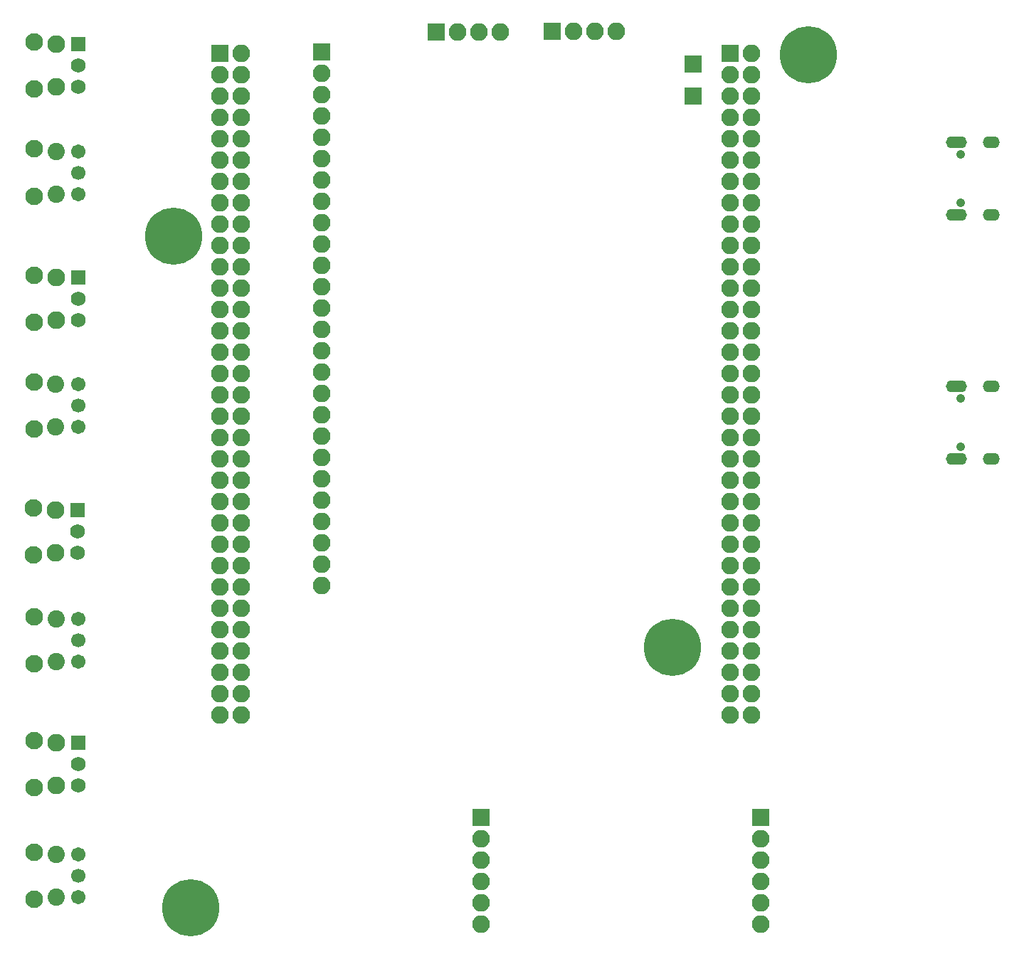
<source format=gbr>
%TF.GenerationSoftware,KiCad,Pcbnew,6.0.7-f9a2dced07~116~ubuntu20.04.1*%
%TF.CreationDate,2022-08-09T10:08:07+07:00*%
%TF.ProjectId,adatface_baseboard,61646174-6661-4636-955f-62617365626f,rev?*%
%TF.SameCoordinates,Original*%
%TF.FileFunction,Soldermask,Bot*%
%TF.FilePolarity,Negative*%
%FSLAX46Y46*%
G04 Gerber Fmt 4.6, Leading zero omitted, Abs format (unit mm)*
G04 Created by KiCad (PCBNEW 6.0.7-f9a2dced07~116~ubuntu20.04.1) date 2022-08-09 10:08:07*
%MOMM*%
%LPD*%
G01*
G04 APERTURE LIST*
G04 Aperture macros list*
%AMRoundRect*
0 Rectangle with rounded corners*
0 $1 Rounding radius*
0 $2 $3 $4 $5 $6 $7 $8 $9 X,Y pos of 4 corners*
0 Add a 4 corners polygon primitive as box body*
4,1,4,$2,$3,$4,$5,$6,$7,$8,$9,$2,$3,0*
0 Add four circle primitives for the rounded corners*
1,1,$1+$1,$2,$3*
1,1,$1+$1,$4,$5*
1,1,$1+$1,$6,$7*
1,1,$1+$1,$8,$9*
0 Add four rect primitives between the rounded corners*
20,1,$1+$1,$2,$3,$4,$5,0*
20,1,$1+$1,$4,$5,$6,$7,0*
20,1,$1+$1,$6,$7,$8,$9,0*
20,1,$1+$1,$8,$9,$2,$3,0*%
G04 Aperture macros list end*
%ADD10RoundRect,0.200000X0.850000X-0.850000X0.850000X0.850000X-0.850000X0.850000X-0.850000X-0.850000X0*%
%ADD11O,2.100000X2.100000*%
%ADD12C,2.050000*%
%ADD13C,1.708000*%
%ADD14C,1.700000*%
%ADD15C,2.100000*%
%ADD16RoundRect,0.200000X-0.679000X0.679000X-0.679000X-0.679000X0.679000X-0.679000X0.679000X0.679000X0*%
%ADD17C,1.758000*%
%ADD18C,2.125000*%
%ADD19C,1.200000*%
%ADD20C,6.800000*%
%ADD21RoundRect,0.200000X-0.850000X-0.850000X0.850000X-0.850000X0.850000X0.850000X-0.850000X0.850000X0*%
%ADD22C,1.050000*%
%ADD23O,2.500000X1.400000*%
%ADD24O,2.000000X1.400000*%
%ADD25RoundRect,0.200000X0.850000X0.850000X-0.850000X0.850000X-0.850000X-0.850000X0.850000X-0.850000X0*%
G04 APERTURE END LIST*
D10*
%TO.C,J11 - GND*%
X93640000Y-39365000D03*
D11*
X96180000Y-39365000D03*
X98720000Y-39365000D03*
X101260000Y-39365000D03*
%TD*%
D10*
%TO.C,J10 - GND*%
X107490000Y-39310000D03*
D11*
X110030000Y-39310000D03*
X112570000Y-39310000D03*
X115110000Y-39310000D03*
%TD*%
D12*
%TO.C,U1*%
X48426023Y-142329033D03*
X48426023Y-137249033D03*
D13*
X51056023Y-142329033D03*
D14*
X51056023Y-139789033D03*
D13*
X51056023Y-137249033D03*
D15*
X45816023Y-136989033D03*
X45816023Y-142589033D03*
%TD*%
%TO.C,TR2*%
X45810408Y-40557745D03*
X45810408Y-46157745D03*
D16*
X51050408Y-40817745D03*
D17*
X51050408Y-43357745D03*
X51050408Y-45897745D03*
D18*
X48430408Y-40817745D03*
X48430408Y-45897745D03*
%TD*%
D15*
%TO.C,TR3*%
X45786111Y-68321385D03*
X45786111Y-73921385D03*
D16*
X51026111Y-68581385D03*
D17*
X51026111Y-71121385D03*
X51026111Y-73661385D03*
D18*
X48406111Y-68581385D03*
X48406111Y-73661385D03*
%TD*%
D19*
%TO.C,H3*%
X60050000Y-63700000D03*
X64147056Y-62002944D03*
X64850000Y-63700000D03*
X60752944Y-62002944D03*
X64147056Y-65397056D03*
D20*
X62450000Y-63700000D03*
D19*
X62450000Y-66100000D03*
X60752944Y-65397056D03*
X62450000Y-61300000D03*
%TD*%
%TO.C,H4*%
X121793000Y-115049000D03*
X123490056Y-110951944D03*
X124193000Y-112649000D03*
X123490056Y-114346056D03*
X120095944Y-110951944D03*
D20*
X121793000Y-112649000D03*
D19*
X121793000Y-110249000D03*
X119393000Y-112649000D03*
X120095944Y-114346056D03*
%TD*%
D15*
%TO.C,U2*%
X45830408Y-58920245D03*
X45830408Y-53320245D03*
D13*
X51070408Y-53580245D03*
D14*
X51070408Y-56120245D03*
D13*
X51070408Y-58660245D03*
D12*
X48440408Y-53580245D03*
X48440408Y-58660245D03*
%TD*%
D21*
%TO.C,J3*%
X128650000Y-41910000D03*
D11*
X131190000Y-41910000D03*
X128650000Y-44450000D03*
X131190000Y-44450000D03*
X128650000Y-46990000D03*
X131190000Y-46990000D03*
X128650000Y-49530000D03*
X131190000Y-49530000D03*
X128650000Y-52070000D03*
X131190000Y-52070000D03*
X128650000Y-54610000D03*
X131190000Y-54610000D03*
X128650000Y-57150000D03*
X131190000Y-57150000D03*
X128650000Y-59690000D03*
X131190000Y-59690000D03*
X128650000Y-62230000D03*
X131190000Y-62230000D03*
X128650000Y-64770000D03*
X131190000Y-64770000D03*
X128650000Y-67310000D03*
X131190000Y-67310000D03*
X128650000Y-69850000D03*
X131190000Y-69850000D03*
X128650000Y-72390000D03*
X131190000Y-72390000D03*
X128650000Y-74930000D03*
X131190000Y-74930000D03*
X128650000Y-77470000D03*
X131190000Y-77470000D03*
X128650000Y-80010000D03*
X131190000Y-80010000D03*
X128650000Y-82550000D03*
X131190000Y-82550000D03*
X128650000Y-85090000D03*
X131190000Y-85090000D03*
X128650000Y-87630000D03*
X131190000Y-87630000D03*
X128650000Y-90170000D03*
X131190000Y-90170000D03*
X128650000Y-92710000D03*
X131190000Y-92710000D03*
X128650000Y-95250000D03*
X131190000Y-95250000D03*
X128650000Y-97790000D03*
X131190000Y-97790000D03*
X128650000Y-100330000D03*
X131190000Y-100330000D03*
X128650000Y-102870000D03*
X131190000Y-102870000D03*
X128650000Y-105410000D03*
X131190000Y-105410000D03*
X128650000Y-107950000D03*
X131190000Y-107950000D03*
X128650000Y-110490000D03*
X131190000Y-110490000D03*
X128650000Y-113030000D03*
X131190000Y-113030000D03*
X128650000Y-115570000D03*
X131190000Y-115570000D03*
X128650000Y-118110000D03*
X131190000Y-118110000D03*
X128650000Y-120650000D03*
X131190000Y-120650000D03*
%TD*%
D21*
%TO.C,J7*%
X80010000Y-41783000D03*
D11*
X80010000Y-44323000D03*
X80010000Y-46863000D03*
X80010000Y-49403000D03*
X80010000Y-51943000D03*
X80010000Y-54483000D03*
X80010000Y-57023000D03*
X80010000Y-59563000D03*
X80010000Y-62103000D03*
X80010000Y-64643000D03*
X80010000Y-67183000D03*
X80010000Y-69723000D03*
X80010000Y-72263000D03*
X80010000Y-74803000D03*
X80010000Y-77343000D03*
X80010000Y-79883000D03*
X80010000Y-82423000D03*
X80010000Y-84963000D03*
X80010000Y-87503000D03*
X80010000Y-90043000D03*
X80010000Y-92583000D03*
X80010000Y-95123000D03*
X80010000Y-97663000D03*
X80010000Y-100203000D03*
X80010000Y-102743000D03*
X80010000Y-105283000D03*
%TD*%
D21*
%TO.C,J6*%
X99000000Y-132900000D03*
D11*
X99000000Y-135440000D03*
X99000000Y-137980000D03*
X99000000Y-140520000D03*
X99000000Y-143060000D03*
X99000000Y-145600000D03*
%TD*%
D22*
%TO.C,J4*%
X156045000Y-82960000D03*
X156045000Y-88740000D03*
D23*
X155545000Y-90170000D03*
D24*
X159725000Y-90170000D03*
X159725000Y-81530000D03*
D23*
X155545000Y-81530000D03*
%TD*%
D15*
%TO.C,U3*%
X45790000Y-86650000D03*
X45790000Y-81050000D03*
D13*
X51030000Y-81310000D03*
D14*
X51030000Y-83850000D03*
D13*
X51030000Y-86390000D03*
D12*
X48400000Y-81310000D03*
X48400000Y-86390000D03*
%TD*%
D25*
%TO.C,J9*%
X124250000Y-43250000D03*
%TD*%
D19*
%TO.C,H2*%
X62752944Y-141902944D03*
X66850000Y-143600000D03*
X64450000Y-146000000D03*
X66147056Y-145297056D03*
X64450000Y-141200000D03*
X66147056Y-141902944D03*
X62752944Y-145297056D03*
X62050000Y-143600000D03*
D20*
X64450000Y-143600000D03*
%TD*%
D21*
%TO.C,J1*%
X132250000Y-132900000D03*
D11*
X132250000Y-135440000D03*
X132250000Y-137980000D03*
X132250000Y-140520000D03*
X132250000Y-143060000D03*
X132250000Y-145600000D03*
%TD*%
D15*
%TO.C,TR4*%
X45706530Y-96043594D03*
X45706530Y-101643594D03*
D16*
X50946530Y-96303594D03*
D17*
X50946530Y-98843594D03*
X50946530Y-101383594D03*
D18*
X48326530Y-96303594D03*
X48326530Y-101383594D03*
%TD*%
D25*
%TO.C,J8*%
X124250000Y-47000000D03*
%TD*%
D20*
%TO.C,H1*%
X137925000Y-42100000D03*
D19*
X137925000Y-39700000D03*
X137925000Y-44500000D03*
X140325000Y-42100000D03*
X139622056Y-43797056D03*
X136227944Y-40402944D03*
X135525000Y-42100000D03*
X136227944Y-43797056D03*
X139622056Y-40402944D03*
%TD*%
D15*
%TO.C,U4*%
X45816023Y-108989033D03*
X45816023Y-114589033D03*
D13*
X51056023Y-109249033D03*
D14*
X51056023Y-111789033D03*
D13*
X51056023Y-114329033D03*
D12*
X48426023Y-109249033D03*
X48426023Y-114329033D03*
%TD*%
D18*
%TO.C,TR1*%
X48416023Y-129091533D03*
X48416023Y-124011533D03*
D17*
X51036023Y-129091533D03*
X51036023Y-126551533D03*
D16*
X51036023Y-124011533D03*
D15*
X45796023Y-129351533D03*
X45796023Y-123751533D03*
%TD*%
D21*
%TO.C,J2*%
X67945000Y-41910000D03*
D11*
X70485000Y-41910000D03*
X67945000Y-44450000D03*
X70485000Y-44450000D03*
X67945000Y-46990000D03*
X70485000Y-46990000D03*
X67945000Y-49530000D03*
X70485000Y-49530000D03*
X67945000Y-52070000D03*
X70485000Y-52070000D03*
X67945000Y-54610000D03*
X70485000Y-54610000D03*
X67945000Y-57150000D03*
X70485000Y-57150000D03*
X67945000Y-59690000D03*
X70485000Y-59690000D03*
X67945000Y-62230000D03*
X70485000Y-62230000D03*
X67945000Y-64770000D03*
X70485000Y-64770000D03*
X67945000Y-67310000D03*
X70485000Y-67310000D03*
X67945000Y-69850000D03*
X70485000Y-69850000D03*
X67945000Y-72390000D03*
X70485000Y-72390000D03*
X67945000Y-74930000D03*
X70485000Y-74930000D03*
X67945000Y-77470000D03*
X70485000Y-77470000D03*
X67945000Y-80010000D03*
X70485000Y-80010000D03*
X67945000Y-82550000D03*
X70485000Y-82550000D03*
X67945000Y-85090000D03*
X70485000Y-85090000D03*
X67945000Y-87630000D03*
X70485000Y-87630000D03*
X67945000Y-90170000D03*
X70485000Y-90170000D03*
X67945000Y-92710000D03*
X70485000Y-92710000D03*
X67945000Y-95250000D03*
X70485000Y-95250000D03*
X67945000Y-97790000D03*
X70485000Y-97790000D03*
X67945000Y-100330000D03*
X70485000Y-100330000D03*
X67945000Y-102870000D03*
X70485000Y-102870000D03*
X67945000Y-105410000D03*
X70485000Y-105410000D03*
X67945000Y-107950000D03*
X70485000Y-107950000D03*
X67945000Y-110490000D03*
X70485000Y-110490000D03*
X67945000Y-113030000D03*
X70485000Y-113030000D03*
X67945000Y-115570000D03*
X70485000Y-115570000D03*
X67945000Y-118110000D03*
X70485000Y-118110000D03*
X67945000Y-120650000D03*
X70485000Y-120650000D03*
%TD*%
D22*
%TO.C,J5*%
X156045000Y-53960000D03*
X156045000Y-59740000D03*
D23*
X155545000Y-52530000D03*
D24*
X159725000Y-61170000D03*
X159725000Y-52530000D03*
D23*
X155545000Y-61170000D03*
%TD*%
M02*

</source>
